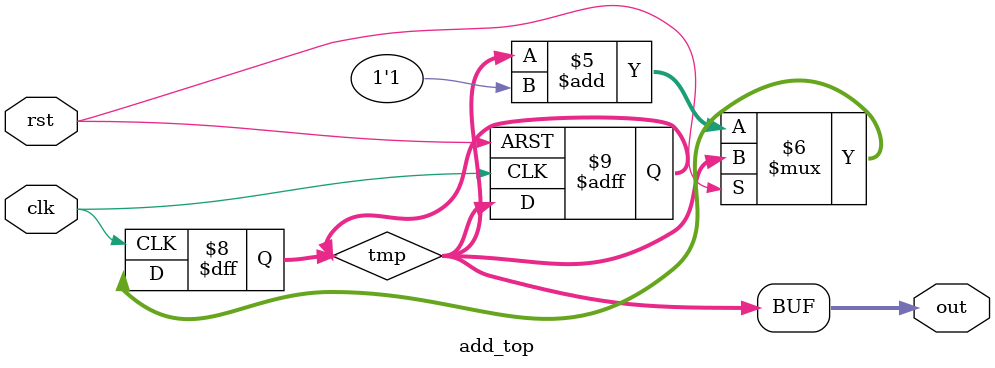
<source format=v>
module add_top(
    input clk,
    input rst,
    output[3:0] out
);

reg[3:0] tmp;
// assign out[0] = tmp[0];
// assign out[1] = tmp[1];
// assign out[2] = tmp[2];
// assign out[3] = tmp[3];
assign out = tmp;

always@(posedge clk or negedge rst)
begin
  if(!rst)
  begin
    tmp <= 4'b0;
  end
end

always@(posedge clk)
begin
  if(!rst)
  begin
    tmp <= tmp + 1'b1;
  end
end

endmodule
</source>
